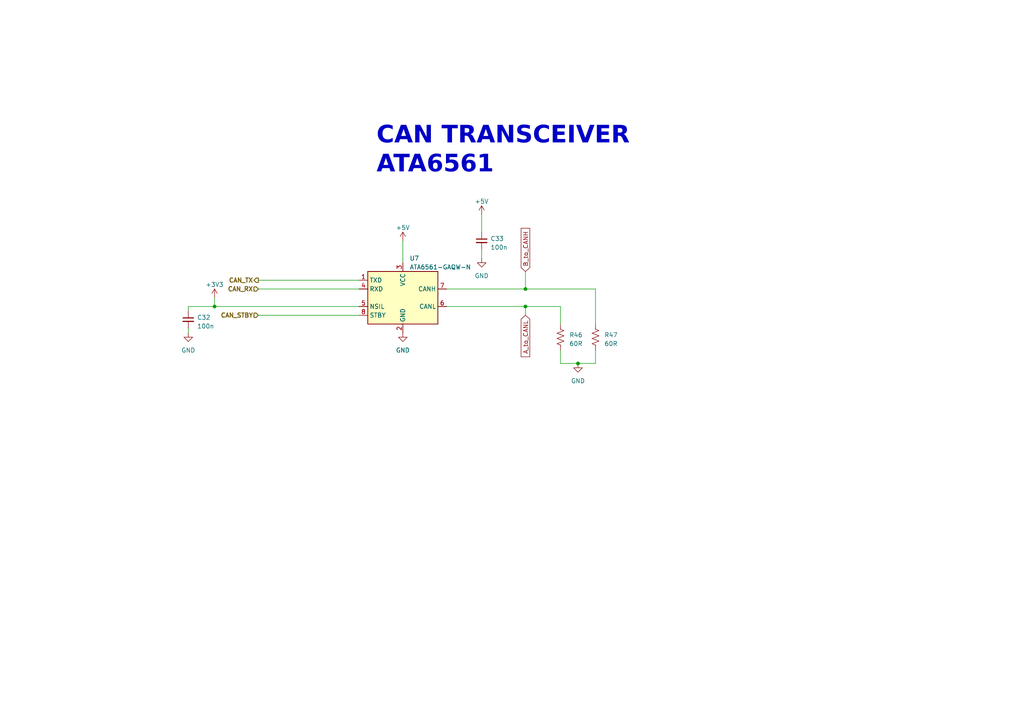
<source format=kicad_sch>
(kicad_sch (version 20230121) (generator eeschema)
  (paper "A4")
  (lib_symbols
    (symbol "Device:C_Small" (pin_numbers hide) (pin_names (offset 0.254) hide)
      (property "Reference" "C" (at 0.254 1.778 0))
      (property "Value" "C_Small" (at 0.254 -2.032 0))
      (symbol "C_Small_0_1"
        (polyline (pts (xy -1.524 -0.508) (xy 1.524 -0.508)) (stroke (width 0.3302)))
        (polyline (pts (xy -1.524 0.508) (xy 1.524 0.508)) (stroke (width 0.3048)))
      )
      (symbol "C_Small_1_1"
        (pin passive line (at 0 2.54 270) (length 2.032) (name "~") (number "1"))
        (pin passive line (at 0 -2.54 90) (length 2.032) (name "~") (number "2"))
      )
    )
    (symbol "Device:R_US" (pin_numbers hide) (pin_names (offset 0))
      (property "Reference" "R" (at 2.54 0 90))
      (property "Value" "R_US" (at -2.54 0 90))
      (symbol "R_US_0_1"
        (polyline (pts (xy 0 -2.286) (xy 0 -2.54)))
        (polyline (pts (xy 0 2.286) (xy 0 2.54)))
        (polyline (pts (xy 0 -0.762) (xy 1.016 -1.143) (xy 0 -1.524) (xy -1.016 -1.905) (xy 0 -2.286)))
        (polyline (pts (xy 0 0.762) (xy 1.016 0.381) (xy 0 0) (xy -1.016 -0.381) (xy 0 -0.762)))
        (polyline (pts (xy 0 2.286) (xy 1.016 1.905) (xy 0 1.524) (xy -1.016 1.143) (xy 0 0.762)))
      )
      (symbol "R_US_1_1"
        (pin passive line (at 0 3.81 270) (length 1.27) (name "~") (number "1"))
        (pin passive line (at 0 -3.81 90) (length 1.27) (name "~") (number "2"))
      )
    )
    (symbol "Interface_CAN_LIN:TCAN337"
      (property "Reference" "U?" (at 1.9559 11.43 0))
      (property "Value" "ATA6561-GAQW-N" (at 1.9559 8.89 0))
      (symbol "TCAN337_0_1"
        (rectangle (start -10.16 7.62) (end 10.16 -7.62) (stroke (width 0.254)) (fill (type background)))
      )
      (symbol "TCAN337_1_1"
        (pin input line (at -12.7 5.08 0) (length 2.54) (name "TXD") (number "1"))
        (pin power_in line (at 0 -10.16 90) (length 2.54) (name "GND") (number "2"))
        (pin power_in line (at 0 10.16 270) (length 2.54) (name "VCC") (number "3"))
        (pin tri_state line (at -12.7 2.54 0) (length 2.54) (name "RXD") (number "4"))
        (pin open_collector line (at -12.7 -2.54 0) (length 2.54) (name "NSIL") (number "5"))
        (pin bidirectional line (at 12.7 -2.54 180) (length 2.54) (name "CANL") (number "6"))
        (pin bidirectional line (at 12.7 2.54 180) (length 2.54) (name "CANH") (number "7"))
        (pin input line (at -12.7 -5.08 0) (length 2.54) (name "STBY") (number "8"))
      )
    )
    (symbol "power:+3V3" (power) (pin_names (offset 0))
      (property "Value" "+3V3" (at 0 3.556 0))
      (symbol "+3V3_0_1"
        (polyline (pts (xy -0.762 1.27) (xy 0 2.54)))
        (polyline (pts (xy 0 0) (xy 0 2.54)))
        (polyline (pts (xy 0 2.54) (xy 0.762 1.27)))
      )
      (symbol "+3V3_1_1"
        (pin power_in line (at 0 0 90) (length 0) hide (name "+3V3") (number "1"))
      )
    )
    (symbol "power:+5V" (power) (pin_names (offset 0))
      (property "Value" "+5V" (at 0 3.556 0))
      (symbol "+5V_0_1"
        (polyline (pts (xy -0.762 1.27) (xy 0 2.54)))
        (polyline (pts (xy 0 0) (xy 0 2.54)))
        (polyline (pts (xy 0 2.54) (xy 0.762 1.27)))
      )
      (symbol "+5V_1_1"
        (pin power_in line (at 0 0 90) (length 0) hide (name "+5V") (number "1"))
      )
    )
    (symbol "power:GND" (power) (pin_names (offset 0))
      (property "Value" "GND" (at 0 -3.81 0))
      (symbol "GND_0_1"
        (polyline (pts (xy 0 0) (xy 0 -1.27) (xy 1.27 -1.27) (xy 0 -2.54) (xy -1.27 -1.27) (xy 0 -1.27)))
      )
      (symbol "GND_1_1"
        (pin power_in line (at 0 0 270) (length 0) hide (name "GND") (number "1"))
      )
    )
  )
  (junction (at 62.23 88.9))
  (junction (at 167.64 105.41))
  (junction (at 152.4 83.82))
  (junction (at 152.4 88.9))
  (wire (pts (xy 54.61 90.17) (xy 54.61 88.9)))
  (wire (pts (xy 74.93 91.44) (xy 104.14 91.44)))
  (wire (pts (xy 139.7 72.39) (xy 139.7 74.93)))
  (wire (pts (xy 162.56 105.41) (xy 167.64 105.41)))
  (wire (pts (xy 62.23 88.9) (xy 54.61 88.9)))
  (wire (pts (xy 162.56 101.6) (xy 162.56 105.41)))
  (wire (pts (xy 74.93 81.28) (xy 104.14 81.28)))
  (wire (pts (xy 54.61 95.25) (xy 54.61 96.52)))
  (wire (pts (xy 152.4 88.9) (xy 162.56 88.9)))
  (wire (pts (xy 172.72 93.98) (xy 172.72 83.82)))
  (wire (pts (xy 162.56 93.98) (xy 162.56 88.9)))
  (wire (pts (xy 172.72 105.41) (xy 172.72 101.6)))
  (wire (pts (xy 116.84 69.85) (xy 116.84 76.2)))
  (wire (pts (xy 139.7 62.23) (xy 139.7 67.31)))
  (wire (pts (xy 152.4 88.9) (xy 152.4 91.44)))
  (wire (pts (xy 62.23 88.9) (xy 104.14 88.9)))
  (wire (pts (xy 129.54 83.82) (xy 152.4 83.82)))
  (wire (pts (xy 152.4 83.82) (xy 172.72 83.82)))
  (wire (pts (xy 152.4 78.74) (xy 152.4 83.82)))
  (wire (pts (xy 74.93 83.82) (xy 104.14 83.82)))
  (wire (pts (xy 62.23 86.36) (xy 62.23 88.9)))
  (wire (pts (xy 167.64 105.41) (xy 172.72 105.41)))
  (wire (pts (xy 129.54 88.9) (xy 152.4 88.9)))
  (text "CAN TRANSCEIVER\nATA6561" (at 109.22 52.07 0) (effects (font (size 5 5) (thickness 0.4) bold) (justify left bottom)))
  (global_label "B_to_CANH" (shape input) (at 152.4 78.74 90) (property "Intersheetrefs" "${INTERSHEET_REFS}" (effects hide)))
  (global_label "A_to_CANL" (shape input) (at 152.4 91.44 270) (property "Intersheetrefs" "${INTERSHEET_REFS}" (effects hide)))
  (hierarchical_label "CAN_RX" (shape input) (at 74.93 83.82 180) (effects (font bold)))
  (hierarchical_label "CAN_STBY" (shape input) (at 74.93 91.44 180) (effects (font bold)))
  (hierarchical_label "CAN_TX" (shape output) (at 74.93 81.28 180) (effects (font bold)))
  (symbol (lib_id "Device:C_Small") (at 54.61 92.71 0) (unit 1)
    (property "Reference" "C32" (at 57.15 92.0813 0) (effects (justify left)))
    (property "Value" "100n" (at 57.15 94.6213 0) (effects (justify left)))
    (property "Footprint" "Capacitor_SMD:C_0402_1005Metric" (effects hide))
    (instances (project "GPS_MODULE_V3.kicad_pro" (path "" (reference "C32") (unit 1))) (project "BIM_PCB" (path "" (reference "C41") (unit 1))))
  )
  (symbol (lib_id "Device:C_Small") (at 139.7 69.85 0) (unit 1)
    (property "Reference" "C33" (at 142.24 69.2213 0) (effects (justify left)))
    (property "Value" "100n" (at 142.24 71.7613 0) (effects (justify left)))
    (property "Footprint" "Capacitor_SMD:C_0402_1005Metric" (effects hide))
    (instances (project "GPS_MODULE_V3.kicad_pro" (path "" (reference "C33") (unit 1))) (project "BIM_PCB" (path "" (reference "C40") (unit 1))))
  )
  (symbol (lib_id "Device:R_US") (at 162.56 97.79 0) (unit 1)
    (property "Reference" "R46" (at 165.1 97.155 0) (effects (justify left)))
    (property "Value" "60R" (at 165.1 99.695 0) (effects (justify left)))
    (property "Footprint" "Resistor_SMD:R_0402_1005Metric" (effects hide))
    (instances (project "GPS_MODULE_V3.kicad_pro" (path "" (reference "R46") (unit 1))) (project "BIM_PCB" (path "" (reference "R43") (unit 1))))
  )
  (symbol (lib_id "power:+5V") (at 116.84 69.85 0) (unit 1)
    (property "Reference" "#PWR052" (effects hide))
    (property "Value" "+5V" (at 116.84 66.04 0))
    (instances (project "GPS_MODULE_V3.kicad_pro" (path "" (reference "#PWR052") (unit 1))) (project "BIM_PCB" (path "" (reference "#PWR076") (unit 1))))
  )
  (symbol (lib_id "power:GND") (at 54.61 96.52 0) (unit 1)
    (property "Reference" "#PWR050" (effects hide))
    (property "Value" "GND" (at 54.61 101.6 0))
    (instances (project "GPS_MODULE_V3.kicad_pro" (path "" (reference "#PWR050") (unit 1))) (project "BIM_PCB" (path "" (reference "#PWR079") (unit 1))))
  )
  (symbol (lib_id "power:+5V") (at 139.7 62.23 0) (unit 1)
    (property "Reference" "#PWR054" (effects hide))
    (property "Value" "+5V" (at 139.7 58.42 0))
    (instances (project "GPS_MODULE_V3.kicad_pro" (path "" (reference "#PWR054") (unit 1))) (project "BIM_PCB" (path "" (reference "#PWR075") (unit 1))))
  )
  (symbol (lib_id "power:GND") (at 167.64 105.41 0) (unit 1)
    (property "Reference" "#PWR056" (effects hide))
    (property "Value" "GND" (at 167.64 110.49 0))
    (instances (project "GPS_MODULE_V3.kicad_pro" (path "" (reference "#PWR056") (unit 1))) (project "BIM_PCB" (path "" (reference "#PWR081") (unit 1))))
  )
  (symbol (lib_id "power:+3V3") (at 62.23 86.36 0) (unit 1)
    (property "Reference" "#PWR051" (effects hide))
    (property "Value" "+3V3" (at 62.23 82.55 0))
    (instances (project "GPS_MODULE_V3.kicad_pro" (path "" (reference "#PWR051") (unit 1))) (project "BIM_PCB" (path "" (reference "#PWR078") (unit 1))))
  )
  (symbol (lib_id "power:GND") (at 116.84 96.52 0) (unit 1)
    (property "Reference" "#PWR053" (effects hide))
    (property "Value" "GND" (at 116.84 101.6 0))
    (instances (project "GPS_MODULE_V3.kicad_pro" (path "" (reference "#PWR053") (unit 1))) (project "BIM_PCB" (path "" (reference "#PWR080") (unit 1))))
  )
  (symbol (lib_id "Interface_CAN_LIN:TCAN337") (at 116.84 86.36 0) (unit 1)
    (property "Reference" "U7" (at 118.7959 74.93 0) (effects (justify left)))
    (property "Value" "ATA6561-GAQW-N" (at 118.7959 77.47 0) (effects (justify left)))
    (property "Footprint" "Package_SO:SOIC-8_3.9x4.9mm_P1.27mm" (effects hide))
    (property "Datasheet" "http://www.ti.com/lit/ds/symlink/tcan337.pdf" (effects hide))
    (instances (project "GPS_MODULE_V3.kicad_pro" (path "" (reference "U7") (unit 1))) (project "BIM_PCB" (path "" (reference "U9") (unit 1))))
  )
  (symbol (lib_id "power:GND") (at 139.7 74.93 0) (unit 1)
    (property "Reference" "#PWR055" (effects hide))
    (property "Value" "GND" (at 139.7 80.01 0))
    (instances (project "GPS_MODULE_V3.kicad_pro" (path "" (reference "#PWR055") (unit 1))) (project "BIM_PCB" (path "" (reference "#PWR077") (unit 1))))
  )
  (symbol (lib_id "Device:R_US") (at 172.72 97.79 0) (unit 1)
    (property "Reference" "R47" (at 175.26 97.155 0) (effects (justify left)))
    (property "Value" "60R" (at 175.26 99.695 0) (effects (justify left)))
    (property "Footprint" "Resistor_SMD:R_0402_1005Metric" (effects hide))
    (instances (project "GPS_MODULE_V3.kicad_pro" (path "" (reference "R47") (unit 1))) (project "BIM_PCB" (path "" (reference "R44") (unit 1))))
  )
)
</source>
